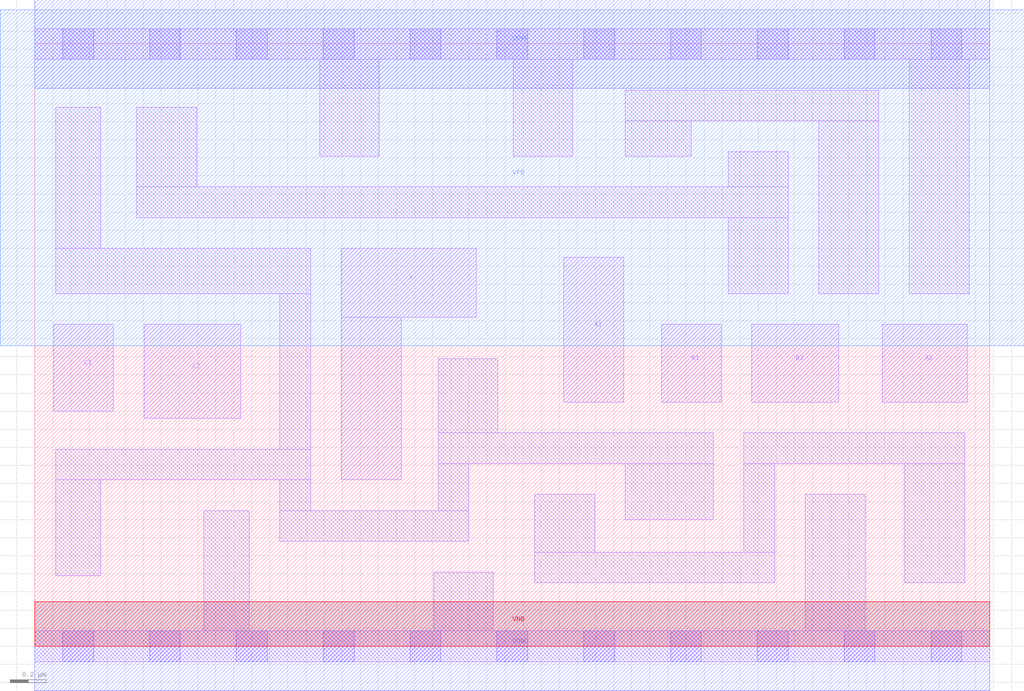
<source format=lef>
# Copyright 2020 The SkyWater PDK Authors
#
# Licensed under the Apache License, Version 2.0 (the "License");
# you may not use this file except in compliance with the License.
# You may obtain a copy of the License at
#
#     https://www.apache.org/licenses/LICENSE-2.0
#
# Unless required by applicable law or agreed to in writing, software
# distributed under the License is distributed on an "AS IS" BASIS,
# WITHOUT WARRANTIES OR CONDITIONS OF ANY KIND, either express or implied.
# See the License for the specific language governing permissions and
# limitations under the License.
#
# SPDX-License-Identifier: Apache-2.0

VERSION 5.7 ;
  NOWIREEXTENSIONATPIN ON ;
  DIVIDERCHAR "/" ;
  BUSBITCHARS "[]" ;
MACRO sky130_fd_sc_ms__a222o_2
  CLASS CORE ;
  FOREIGN sky130_fd_sc_ms__a222o_2 ;
  ORIGIN  0.000000  0.000000 ;
  SIZE  5.280000 BY  3.330000 ;
  SYMMETRY X Y ;
  SITE unit ;
  PIN A1
    ANTENNAGATEAREA  0.276000 ;
    DIRECTION INPUT ;
    USE SIGNAL ;
    PORT
      LAYER li1 ;
        RECT 2.925000 1.350000 3.255000 2.150000 ;
    END
  END A1
  PIN A2
    ANTENNAGATEAREA  0.276000 ;
    DIRECTION INPUT ;
    USE SIGNAL ;
    PORT
      LAYER li1 ;
        RECT 4.685000 1.350000 5.155000 1.780000 ;
    END
  END A2
  PIN B1
    ANTENNAGATEAREA  0.276000 ;
    DIRECTION INPUT ;
    USE SIGNAL ;
    PORT
      LAYER li1 ;
        RECT 3.465000 1.350000 3.795000 1.780000 ;
    END
  END B1
  PIN B2
    ANTENNAGATEAREA  0.276000 ;
    DIRECTION INPUT ;
    USE SIGNAL ;
    PORT
      LAYER li1 ;
        RECT 3.965000 1.350000 4.445000 1.780000 ;
    END
  END B2
  PIN C1
    ANTENNAGATEAREA  0.276000 ;
    DIRECTION INPUT ;
    USE SIGNAL ;
    PORT
      LAYER li1 ;
        RECT 0.105000 1.300000 0.435000 1.780000 ;
    END
  END C1
  PIN C2
    ANTENNAGATEAREA  0.276000 ;
    DIRECTION INPUT ;
    USE SIGNAL ;
    PORT
      LAYER li1 ;
        RECT 0.605000 1.260000 1.140000 1.780000 ;
    END
  END C2
  PIN X
    ANTENNADIFFAREA  0.509600 ;
    DIRECTION OUTPUT ;
    USE SIGNAL ;
    PORT
      LAYER li1 ;
        RECT 1.695000 0.920000 2.025000 1.820000 ;
        RECT 1.695000 1.820000 2.440000 2.200000 ;
    END
  END X
  PIN VGND
    DIRECTION INOUT ;
    USE GROUND ;
    PORT
      LAYER met1 ;
        RECT 0.000000 -0.245000 5.280000 0.245000 ;
    END
  END VGND
  PIN VNB
    DIRECTION INOUT ;
    USE GROUND ;
    PORT
      LAYER pwell ;
        RECT 0.000000 0.000000 5.280000 0.245000 ;
    END
  END VNB
  PIN VPB
    DIRECTION INOUT ;
    USE POWER ;
    PORT
      LAYER nwell ;
        RECT -0.190000 1.660000 5.470000 3.520000 ;
    END
  END VPB
  PIN VPWR
    DIRECTION INOUT ;
    USE POWER ;
    PORT
      LAYER met1 ;
        RECT 0.000000 3.085000 5.280000 3.575000 ;
    END
  END VPWR
  OBS
    LAYER li1 ;
      RECT 0.000000 -0.085000 5.280000 0.085000 ;
      RECT 0.000000  3.245000 5.280000 3.415000 ;
      RECT 0.115000  0.390000 0.365000 0.920000 ;
      RECT 0.115000  0.920000 1.525000 1.090000 ;
      RECT 0.115000  1.950000 1.525000 2.200000 ;
      RECT 0.115000  2.200000 0.365000 2.980000 ;
      RECT 0.565000  2.370000 4.165000 2.540000 ;
      RECT 0.565000  2.540000 0.895000 2.980000 ;
      RECT 0.935000  0.085000 1.185000 0.750000 ;
      RECT 1.355000  0.580000 2.400000 0.750000 ;
      RECT 1.355000  0.750000 1.525000 0.920000 ;
      RECT 1.355000  1.090000 1.525000 1.950000 ;
      RECT 1.575000  2.710000 1.905000 3.245000 ;
      RECT 2.205000  0.085000 2.535000 0.410000 ;
      RECT 2.230000  0.750000 2.400000 1.010000 ;
      RECT 2.230000  1.010000 3.750000 1.180000 ;
      RECT 2.230000  1.180000 2.560000 1.590000 ;
      RECT 2.645000  2.710000 2.975000 3.245000 ;
      RECT 2.765000  0.350000 4.090000 0.520000 ;
      RECT 2.765000  0.520000 3.095000 0.840000 ;
      RECT 3.265000  0.700000 3.750000 1.010000 ;
      RECT 3.265000  2.710000 3.630000 2.905000 ;
      RECT 3.265000  2.905000 4.665000 3.075000 ;
      RECT 3.835000  1.950000 4.165000 2.370000 ;
      RECT 3.835000  2.540000 4.165000 2.735000 ;
      RECT 3.920000  0.520000 4.090000 1.010000 ;
      RECT 3.920000  1.010000 5.140000 1.180000 ;
      RECT 4.260000  0.085000 4.590000 0.840000 ;
      RECT 4.335000  1.950000 4.665000 2.905000 ;
      RECT 4.810000  0.350000 5.140000 1.010000 ;
      RECT 4.835000  1.950000 5.165000 3.245000 ;
    LAYER mcon ;
      RECT 0.155000 -0.085000 0.325000 0.085000 ;
      RECT 0.155000  3.245000 0.325000 3.415000 ;
      RECT 0.635000 -0.085000 0.805000 0.085000 ;
      RECT 0.635000  3.245000 0.805000 3.415000 ;
      RECT 1.115000 -0.085000 1.285000 0.085000 ;
      RECT 1.115000  3.245000 1.285000 3.415000 ;
      RECT 1.595000 -0.085000 1.765000 0.085000 ;
      RECT 1.595000  3.245000 1.765000 3.415000 ;
      RECT 2.075000 -0.085000 2.245000 0.085000 ;
      RECT 2.075000  3.245000 2.245000 3.415000 ;
      RECT 2.555000 -0.085000 2.725000 0.085000 ;
      RECT 2.555000  3.245000 2.725000 3.415000 ;
      RECT 3.035000 -0.085000 3.205000 0.085000 ;
      RECT 3.035000  3.245000 3.205000 3.415000 ;
      RECT 3.515000 -0.085000 3.685000 0.085000 ;
      RECT 3.515000  3.245000 3.685000 3.415000 ;
      RECT 3.995000 -0.085000 4.165000 0.085000 ;
      RECT 3.995000  3.245000 4.165000 3.415000 ;
      RECT 4.475000 -0.085000 4.645000 0.085000 ;
      RECT 4.475000  3.245000 4.645000 3.415000 ;
      RECT 4.955000 -0.085000 5.125000 0.085000 ;
      RECT 4.955000  3.245000 5.125000 3.415000 ;
  END
END sky130_fd_sc_ms__a222o_2
END LIBRARY

</source>
